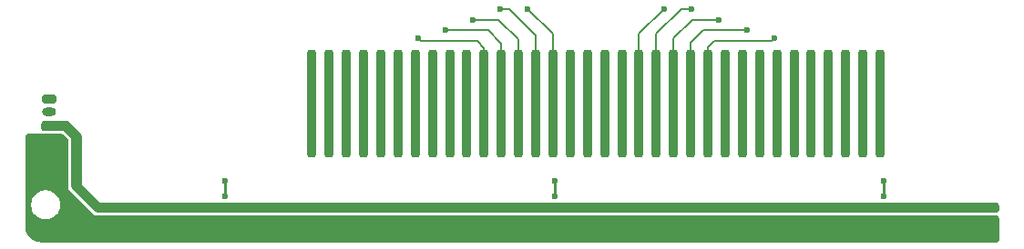
<source format=gbr>
%TF.GenerationSoftware,KiCad,Pcbnew,8.0.4*%
%TF.CreationDate,2024-08-04T13:50:59+08:00*%
%TF.ProjectId,mai-pico-nano-touch,6d61692d-7069-4636-9f2d-6e616e6f2d74,rev?*%
%TF.SameCoordinates,Original*%
%TF.FileFunction,Copper,L2,Bot*%
%TF.FilePolarity,Positive*%
%FSLAX46Y46*%
G04 Gerber Fmt 4.6, Leading zero omitted, Abs format (unit mm)*
G04 Created by KiCad (PCBNEW 8.0.4) date 2024-08-04 13:50:59*
%MOMM*%
%LPD*%
G01*
G04 APERTURE LIST*
G04 Aperture macros list*
%AMRoundRect*
0 Rectangle with rounded corners*
0 $1 Rounding radius*
0 $2 $3 $4 $5 $6 $7 $8 $9 X,Y pos of 4 corners*
0 Add a 4 corners polygon primitive as box body*
4,1,4,$2,$3,$4,$5,$6,$7,$8,$9,$2,$3,0*
0 Add four circle primitives for the rounded corners*
1,1,$1+$1,$2,$3*
1,1,$1+$1,$4,$5*
1,1,$1+$1,$6,$7*
1,1,$1+$1,$8,$9*
0 Add four rect primitives between the rounded corners*
20,1,$1+$1,$2,$3,$4,$5,0*
20,1,$1+$1,$4,$5,$6,$7,0*
20,1,$1+$1,$6,$7,$8,$9,0*
20,1,$1+$1,$8,$9,$2,$3,0*%
G04 Aperture macros list end*
%TA.AperFunction,ComponentPad*%
%ADD10RoundRect,0.200000X-0.450000X0.200000X-0.450000X-0.200000X0.450000X-0.200000X0.450000X0.200000X0*%
%TD*%
%TA.AperFunction,ComponentPad*%
%ADD11O,1.300000X0.800000*%
%TD*%
%TA.AperFunction,SMDPad,CuDef*%
%ADD12RoundRect,0.200000X0.200000X4.800000X-0.200000X4.800000X-0.200000X-4.800000X0.200000X-4.800000X0*%
%TD*%
%TA.AperFunction,ViaPad*%
%ADD13C,0.600000*%
%TD*%
%TA.AperFunction,Conductor*%
%ADD14C,0.250000*%
%TD*%
%TA.AperFunction,Conductor*%
%ADD15C,0.150000*%
%TD*%
G04 APERTURE END LIST*
D10*
%TO.P,J1,1,Pin_1*%
%TO.N,/SCL*%
X51700000Y-82125000D03*
D11*
%TO.P,J1,2,Pin_2*%
%TO.N,/SDA*%
X51700000Y-83374999D03*
%TO.P,J1,3,Pin_3*%
%TO.N,VDD*%
X51700000Y-84625000D03*
%TO.P,J1,4,Pin_4*%
%TO.N,GND*%
X51700000Y-85874999D03*
%TD*%
D12*
%TO.P,J2,1,Pin_1*%
%TO.N,/E1*%
X128950000Y-82600000D03*
%TO.P,J2,2,Pin_2*%
%TO.N,/E2*%
X127350000Y-82600000D03*
%TO.P,J2,3,Pin_3*%
%TO.N,/E3*%
X125750000Y-82600000D03*
%TO.P,J2,4,Pin_4*%
%TO.N,/E4*%
X124150000Y-82600000D03*
%TO.P,J2,5,Pin_5*%
%TO.N,/E5*%
X122550000Y-82600000D03*
%TO.P,J2,6,Pin_6*%
%TO.N,/E6*%
X120950000Y-82600000D03*
%TO.P,J2,7,Pin_7*%
%TO.N,/E7*%
X119350000Y-82600000D03*
%TO.P,J2,8,Pin_8*%
%TO.N,/E8*%
X117750000Y-82600000D03*
%TO.P,J2,9,Pin_9*%
%TO.N,/E9*%
X116150000Y-82600000D03*
%TO.P,J2,10,Pin_10*%
%TO.N,/E10*%
X114550000Y-82600000D03*
%TO.P,J2,11,Pin_11*%
%TO.N,/E11*%
X112950000Y-82600000D03*
%TO.P,J2,12,Pin_12*%
%TO.N,/E12*%
X111350000Y-82600000D03*
%TO.P,J2,13,Pin_13*%
%TO.N,/E13*%
X109750000Y-82600000D03*
%TO.P,J2,14,Pin_14*%
%TO.N,/E14*%
X108150000Y-82600000D03*
%TO.P,J2,15,Pin_15*%
%TO.N,/E15*%
X106550000Y-82600000D03*
%TO.P,J2,16,Pin_16*%
%TO.N,/E16*%
X104950000Y-82600000D03*
%TO.P,J2,17,Pin_17*%
%TO.N,/E17*%
X103350000Y-82600000D03*
%TO.P,J2,18,Pin_18*%
%TO.N,/E18*%
X101750000Y-82600000D03*
%TO.P,J2,19,Pin_19*%
%TO.N,/E19*%
X100150000Y-82600000D03*
%TO.P,J2,20,Pin_20*%
%TO.N,/E20*%
X98550000Y-82600000D03*
%TO.P,J2,21,Pin_21*%
%TO.N,/E21*%
X96950000Y-82600000D03*
%TO.P,J2,22,Pin_22*%
%TO.N,/E22*%
X95350000Y-82600000D03*
%TO.P,J2,23,Pin_23*%
%TO.N,/E23*%
X93750000Y-82600000D03*
%TO.P,J2,24,Pin_24*%
%TO.N,/E24*%
X92150000Y-82600000D03*
%TO.P,J2,25,Pin_25*%
%TO.N,/E25*%
X90550000Y-82600000D03*
%TO.P,J2,26,Pin_26*%
%TO.N,/E26*%
X88950000Y-82600000D03*
%TO.P,J2,27,Pin_27*%
%TO.N,/E27*%
X87350000Y-82600000D03*
%TO.P,J2,28,Pin_28*%
%TO.N,/E28*%
X85750000Y-82600000D03*
%TO.P,J2,29,Pin_29*%
%TO.N,/E29*%
X84150000Y-82600000D03*
%TO.P,J2,30,Pin_30*%
%TO.N,/E30*%
X82550000Y-82600000D03*
%TO.P,J2,31,Pin_31*%
%TO.N,/E31*%
X80950000Y-82600000D03*
%TO.P,J2,32,Pin_32*%
%TO.N,/E32*%
X79350000Y-82600000D03*
%TO.P,J2,33,Pin_33*%
%TO.N,/E33*%
X77750000Y-82600000D03*
%TO.P,J2,34,Pin_34*%
%TO.N,/E34*%
X76150000Y-82600000D03*
%TD*%
D13*
%TO.N,/SCL*%
X129300000Y-91200000D03*
X129300000Y-89800000D03*
X129300000Y-89800000D03*
X68100000Y-89800000D03*
X98700000Y-89800000D03*
X98700000Y-91200000D03*
X68100000Y-91200000D03*
%TO.N,VDD*%
X93300000Y-92200000D03*
X123900000Y-92200000D03*
X103800000Y-92200000D03*
X63400000Y-92200000D03*
X124600000Y-92200000D03*
X62700000Y-92200000D03*
X94000000Y-92200000D03*
%TO.N,GND*%
X51000000Y-88000000D03*
X57000000Y-94000000D03*
X53000000Y-93000000D03*
X58000000Y-95000000D03*
X55000000Y-93000000D03*
X52000000Y-88000000D03*
X137300000Y-94600000D03*
X106700000Y-94600000D03*
X136600000Y-94600000D03*
X53000000Y-88000000D03*
X57000000Y-95000000D03*
X51000000Y-89000000D03*
X75400000Y-94600000D03*
X55000000Y-95000000D03*
X53000000Y-87000000D03*
X51000000Y-87000000D03*
X59000000Y-95000000D03*
X53000000Y-89000000D03*
X51000000Y-95000000D03*
X58000000Y-94000000D03*
X60000000Y-95000000D03*
X53000000Y-95000000D03*
X52000000Y-87000000D03*
X53000000Y-91000000D03*
X106000000Y-94600000D03*
X60000000Y-94000000D03*
X76100000Y-94600000D03*
X52000000Y-89000000D03*
X59000000Y-94000000D03*
%TO.N,/E19*%
X100150000Y-78000000D03*
%TO.N,/E2*%
X127350000Y-86000000D03*
%TO.N,/E16*%
X104950000Y-78000000D03*
%TO.N,/E27*%
X87350000Y-80000000D03*
%TO.N,/E5*%
X122550000Y-83000000D03*
%TO.N,/E22*%
X91100000Y-74750000D03*
%TO.N,/E4*%
X124150000Y-84000000D03*
%TO.N,/E7*%
X119350000Y-81000000D03*
%TO.N,/E33*%
X77750000Y-86000000D03*
%TO.N,/E21*%
X93650000Y-73750000D03*
%TO.N,/E3*%
X125750000Y-85000000D03*
%TO.N,/E20*%
X96200000Y-73750000D03*
%TO.N,/E1*%
X128950000Y-87000000D03*
%TO.N,/E34*%
X76150000Y-87000000D03*
%TO.N,/E24*%
X86000000Y-76500000D03*
%TO.N,/E18*%
X101750000Y-78000000D03*
%TO.N,/E12*%
X116600000Y-75750000D03*
%TO.N,/E25*%
X90550000Y-78000000D03*
%TO.N,/E14*%
X111400000Y-73750000D03*
%TO.N,/E9*%
X116150000Y-79000000D03*
%TO.N,/E8*%
X117750000Y-80000000D03*
%TO.N,/E15*%
X108850000Y-73750000D03*
%TO.N,/E23*%
X88600000Y-75750000D03*
%TO.N,/E17*%
X103350000Y-78000000D03*
%TO.N,/E6*%
X120950000Y-82000000D03*
%TO.N,/E10*%
X114550000Y-78000000D03*
%TO.N,/E32*%
X79350000Y-85000000D03*
%TO.N,/E28*%
X85750000Y-81000000D03*
%TO.N,/E11*%
X119150000Y-76500000D03*
%TO.N,/E31*%
X80950000Y-84000000D03*
%TO.N,/E29*%
X84150000Y-82000000D03*
%TO.N,/E30*%
X82550000Y-83000000D03*
%TO.N,/E26*%
X88950000Y-79000000D03*
%TO.N,/E13*%
X113950000Y-74750000D03*
%TD*%
D14*
%TO.N,/SCL*%
X68100000Y-89800000D02*
X68100000Y-91200000D01*
X98700000Y-89800000D02*
X98700000Y-91200000D01*
X129300000Y-89800000D02*
X129300000Y-91200000D01*
D15*
%TO.N,/E22*%
X95350000Y-82600000D02*
X95350000Y-76600000D01*
X93500000Y-74750000D02*
X91100000Y-74750000D01*
X95350000Y-76600000D02*
X93500000Y-74750000D01*
%TO.N,/E21*%
X96950000Y-82600000D02*
X96950000Y-76200000D01*
X96950000Y-76200000D02*
X94500000Y-73750000D01*
X94500000Y-73750000D02*
X93650000Y-73750000D01*
%TO.N,/E20*%
X98550000Y-76100000D02*
X96200000Y-73750000D01*
X98550000Y-82600000D02*
X98550000Y-76100000D01*
%TO.N,/E24*%
X92150000Y-77400000D02*
X91500000Y-76750000D01*
X92150000Y-82600000D02*
X92150000Y-77400000D01*
X91500000Y-76750000D02*
X86250000Y-76750000D01*
X86250000Y-76750000D02*
X86000000Y-76500000D01*
%TO.N,/E12*%
X111350000Y-76900000D02*
X112500000Y-75750000D01*
X111350000Y-82600000D02*
X111350000Y-76900000D01*
X112500000Y-75750000D02*
X116600000Y-75750000D01*
%TO.N,/E14*%
X108150000Y-82600000D02*
X108150000Y-76100000D01*
X108150000Y-76100000D02*
X110500000Y-73750000D01*
X110500000Y-73750000D02*
X111400000Y-73750000D01*
%TO.N,/E15*%
X106550000Y-76050000D02*
X108850000Y-73750000D01*
X106550000Y-82600000D02*
X106550000Y-76050000D01*
%TO.N,/E23*%
X92500000Y-75750000D02*
X88600000Y-75750000D01*
X93750000Y-77000000D02*
X92500000Y-75750000D01*
X93750000Y-82600000D02*
X93750000Y-77000000D01*
%TO.N,/E11*%
X112950000Y-82600000D02*
X112950000Y-77300000D01*
X118900000Y-76750000D02*
X119150000Y-76500000D01*
X113500000Y-76750000D02*
X118900000Y-76750000D01*
X112950000Y-77300000D02*
X113500000Y-76750000D01*
%TO.N,/E13*%
X111500000Y-74750000D02*
X113950000Y-74750000D01*
X109750000Y-82600000D02*
X109750000Y-76500000D01*
X109750000Y-76500000D02*
X111500000Y-74750000D01*
%TD*%
%TA.AperFunction,Conductor*%
%TO.N,VDD*%
G36*
X53492148Y-84218954D02*
G01*
X53572930Y-84272930D01*
X54727070Y-85427070D01*
X54781046Y-85507852D01*
X54800000Y-85603140D01*
X54800000Y-90100000D01*
X56500000Y-91800000D01*
X139751000Y-91800000D01*
X139846288Y-91818954D01*
X139927070Y-91872930D01*
X139981046Y-91953712D01*
X140000000Y-92049000D01*
X140000000Y-92451000D01*
X139981046Y-92546288D01*
X139927070Y-92627070D01*
X139846288Y-92681046D01*
X139751000Y-92700000D01*
X56203140Y-92700000D01*
X56107852Y-92681046D01*
X56027070Y-92627070D01*
X53872930Y-90472930D01*
X53818954Y-90392148D01*
X53800000Y-90296860D01*
X53800000Y-85800001D01*
X53800000Y-85800000D01*
X53100000Y-85100000D01*
X53099999Y-85100000D01*
X51249000Y-85100000D01*
X51153712Y-85081046D01*
X51072930Y-85027070D01*
X51018954Y-84946288D01*
X51000000Y-84851000D01*
X51000000Y-84449000D01*
X51018954Y-84353712D01*
X51072930Y-84272930D01*
X51153712Y-84218954D01*
X51249000Y-84200000D01*
X53396860Y-84200000D01*
X53492148Y-84218954D01*
G37*
%TD.AperFunction*%
%TD*%
%TA.AperFunction,Conductor*%
%TO.N,GND*%
G36*
X52992148Y-85418954D02*
G01*
X53072930Y-85472930D01*
X53427070Y-85827070D01*
X53481046Y-85907852D01*
X53500000Y-86003140D01*
X53500000Y-90500000D01*
X56000000Y-93000000D01*
X139751000Y-93000000D01*
X139846288Y-93018954D01*
X139927070Y-93072930D01*
X139981046Y-93153712D01*
X140000000Y-93249000D01*
X140000000Y-95250500D01*
X139981046Y-95345788D01*
X139927070Y-95426570D01*
X139846288Y-95480546D01*
X139751000Y-95499500D01*
X51008900Y-95499500D01*
X50991136Y-95498866D01*
X50804360Y-95485507D01*
X50769195Y-95480451D01*
X50594939Y-95442544D01*
X50560850Y-95432534D01*
X50393771Y-95370216D01*
X50361457Y-95355459D01*
X50204940Y-95269995D01*
X50175052Y-95250787D01*
X50032296Y-95143921D01*
X50005446Y-95120656D01*
X49879343Y-94994553D01*
X49856078Y-94967703D01*
X49749212Y-94824947D01*
X49730004Y-94795059D01*
X49644540Y-94638542D01*
X49629783Y-94606228D01*
X49567465Y-94439149D01*
X49557455Y-94405060D01*
X49519546Y-94230793D01*
X49514493Y-94195645D01*
X49501134Y-94008863D01*
X49500500Y-93991100D01*
X49500500Y-91893703D01*
X50049500Y-91893703D01*
X50049500Y-92106296D01*
X50082753Y-92316240D01*
X50082754Y-92316243D01*
X50148443Y-92518412D01*
X50244949Y-92707816D01*
X50369896Y-92879792D01*
X50520208Y-93030104D01*
X50692184Y-93155051D01*
X50881588Y-93251557D01*
X51083757Y-93317246D01*
X51157601Y-93328941D01*
X51293703Y-93350499D01*
X51293710Y-93350499D01*
X51293713Y-93350500D01*
X51293716Y-93350500D01*
X51506284Y-93350500D01*
X51506287Y-93350500D01*
X51506290Y-93350499D01*
X51506296Y-93350499D01*
X51605476Y-93334789D01*
X51716243Y-93317246D01*
X51918412Y-93251557D01*
X52107816Y-93155051D01*
X52279792Y-93030104D01*
X52430104Y-92879792D01*
X52555051Y-92707816D01*
X52651557Y-92518412D01*
X52717246Y-92316243D01*
X52750500Y-92106287D01*
X52750500Y-91893713D01*
X52750499Y-91893710D01*
X52750499Y-91893703D01*
X52717246Y-91683759D01*
X52717246Y-91683757D01*
X52651557Y-91481588D01*
X52555051Y-91292184D01*
X52430104Y-91120208D01*
X52279792Y-90969896D01*
X52107816Y-90844949D01*
X51918412Y-90748443D01*
X51918409Y-90748442D01*
X51918407Y-90748441D01*
X51716240Y-90682753D01*
X51506296Y-90649500D01*
X51506287Y-90649500D01*
X51293713Y-90649500D01*
X51293703Y-90649500D01*
X51083759Y-90682753D01*
X50881592Y-90748441D01*
X50692182Y-90844950D01*
X50520206Y-90969897D01*
X50369897Y-91120206D01*
X50244950Y-91292182D01*
X50148441Y-91481592D01*
X50082753Y-91683759D01*
X50049500Y-91893703D01*
X49500500Y-91893703D01*
X49500500Y-85649000D01*
X49519454Y-85553712D01*
X49573430Y-85472930D01*
X49654212Y-85418954D01*
X49749500Y-85400000D01*
X52896860Y-85400000D01*
X52992148Y-85418954D01*
G37*
%TD.AperFunction*%
%TD*%
M02*

</source>
